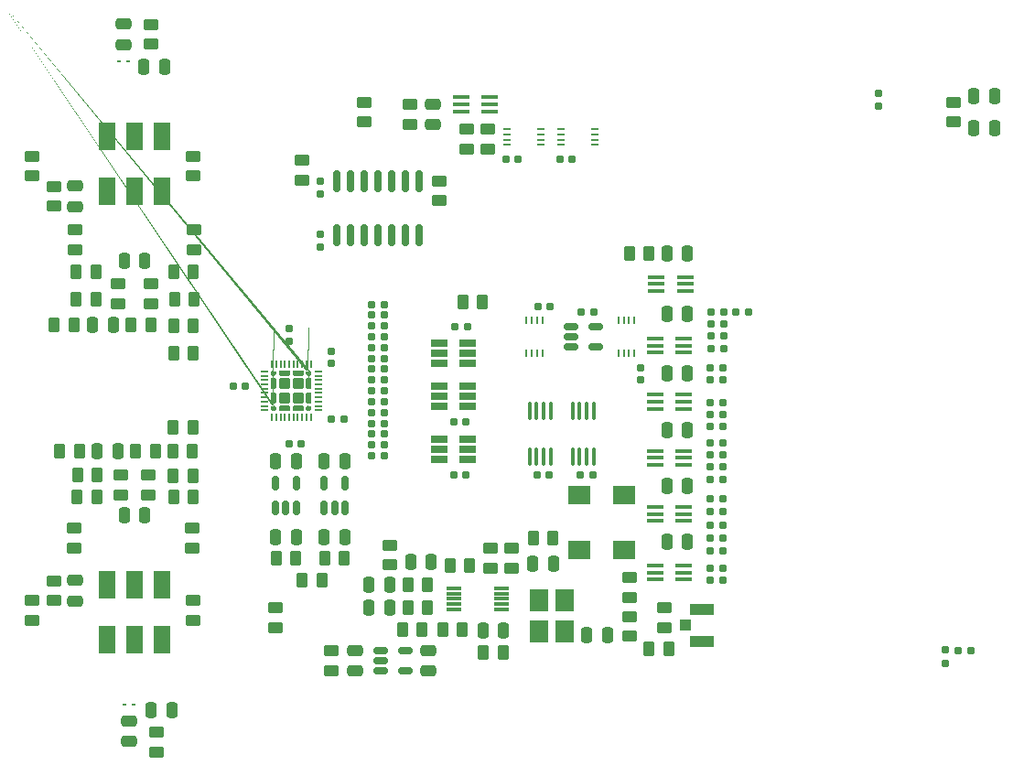
<source format=gtp>
G04 #@! TF.GenerationSoftware,KiCad,Pcbnew,6.0.6-3a73a75311~116~ubuntu20.04.1*
G04 #@! TF.CreationDate,2022-07-28T18:37:22+02:00*
G04 #@! TF.ProjectId,H7DDCADC,48374444-4341-4444-932e-6b696361645f,initial*
G04 #@! TF.SameCoordinates,Original*
G04 #@! TF.FileFunction,Paste,Top*
G04 #@! TF.FilePolarity,Positive*
%FSLAX46Y46*%
G04 Gerber Fmt 4.6, Leading zero omitted, Abs format (unit mm)*
G04 Created by KiCad (PCBNEW 6.0.6-3a73a75311~116~ubuntu20.04.1) date 2022-07-28 18:37:22*
%MOMM*%
%LPD*%
G01*
G04 APERTURE LIST*
G04 Aperture macros list*
%AMRoundRect*
0 Rectangle with rounded corners*
0 $1 Rounding radius*
0 $2 $3 $4 $5 $6 $7 $8 $9 X,Y pos of 4 corners*
0 Add a 4 corners polygon primitive as box body*
4,1,4,$2,$3,$4,$5,$6,$7,$8,$9,$2,$3,0*
0 Add four circle primitives for the rounded corners*
1,1,$1+$1,$2,$3*
1,1,$1+$1,$4,$5*
1,1,$1+$1,$6,$7*
1,1,$1+$1,$8,$9*
0 Add four rect primitives between the rounded corners*
20,1,$1+$1,$2,$3,$4,$5,0*
20,1,$1+$1,$4,$5,$6,$7,0*
20,1,$1+$1,$6,$7,$8,$9,0*
20,1,$1+$1,$8,$9,$2,$3,0*%
%AMFreePoly0*
4,1,16,-0.114183,0.524047,0.172036,0.524047,0.221415,0.503594,0.241868,0.454215,0.241868,-0.454215,0.221415,-0.503594,0.172036,-0.524047,-0.114185,-0.524048,-0.163565,-0.503592,-0.221415,-0.445743,-0.241868,-0.396364,-0.241868,0.396364,-0.221415,0.445743,-0.163564,0.503594,-0.114185,0.524048,-0.114183,0.524047,-0.114183,0.524047,$1*%
%AMFreePoly1*
4,1,15,0.163564,0.503594,0.221415,0.445742,0.241868,0.396362,0.241869,-0.396364,0.221413,-0.445744,0.163564,-0.503594,0.114185,-0.524047,-0.172036,-0.524047,-0.221415,-0.503594,-0.241868,-0.454215,-0.241868,0.454215,-0.221415,0.503594,-0.172036,0.524047,0.114185,0.524047,0.163564,0.503594,0.163564,0.503594,$1*%
%AMFreePoly2*
4,1,51,0.157533,0.237016,0.164685,0.232398,0.173112,0.231176,0.192112,0.214689,0.213244,0.201044,0.216768,0.193294,0.223199,0.187713,0.230281,0.163574,0.240692,0.140675,0.239470,0.132249,0.241867,0.124079,0.241867,-0.124079,0.237016,-0.157533,0.232398,-0.164685,0.231176,-0.173112,0.214689,-0.192112,0.201044,-0.213244,0.193294,-0.216768,0.187713,-0.223199,0.163574,-0.230281,
0.140675,-0.240692,0.132249,-0.239470,0.124079,-0.241867,-0.124079,-0.241867,-0.157533,-0.237016,-0.164685,-0.232398,-0.173112,-0.231176,-0.192112,-0.214689,-0.213244,-0.201044,-0.216768,-0.193294,-0.223199,-0.187713,-0.230281,-0.163574,-0.240692,-0.140675,-0.239470,-0.132249,-0.241867,-0.124079,-0.241867,0.026500,-0.238856,0.047262,-0.239163,0.051592,-0.237891,0.053920,-0.237016,0.059954,
-0.221280,0.084326,-0.207368,0.109789,-0.109788,0.207368,-0.092981,0.219918,-0.090134,0.223199,-0.087587,0.223946,-0.082703,0.227593,-0.054341,0.233699,-0.026500,0.241867,0.124079,0.241867,0.157533,0.237016,0.157533,0.237016,$1*%
%AMFreePoly3*
4,1,16,-0.396362,0.241868,0.396364,0.241868,0.445743,0.221415,0.503594,0.163563,0.524047,0.114183,0.524047,-0.172036,0.503594,-0.221415,0.454215,-0.241868,-0.454215,-0.241868,-0.503594,-0.221415,-0.524047,-0.172036,-0.524047,0.114185,-0.503594,0.163564,-0.445743,0.221415,-0.396364,0.241869,-0.396362,0.241868,-0.396362,0.241868,$1*%
%AMFreePoly4*
4,1,15,0.503594,0.221415,0.524047,0.172036,0.524048,-0.114185,0.503592,-0.163565,0.445743,-0.221415,0.396364,-0.241868,-0.396364,-0.241869,-0.445744,-0.221413,-0.503594,-0.163564,-0.524047,-0.114185,-0.524047,0.172036,-0.503594,0.221415,-0.454215,0.241868,0.454215,0.241868,0.503594,0.221415,0.503594,0.221415,$1*%
%AMFreePoly5*
4,1,51,0.157533,0.237016,0.164685,0.232398,0.173112,0.231176,0.192112,0.214689,0.213244,0.201044,0.216768,0.193294,0.223199,0.187713,0.230281,0.163574,0.240692,0.140675,0.239470,0.132249,0.241867,0.124079,0.241867,-0.026500,0.238857,-0.047257,0.239164,-0.051592,0.237891,-0.053923,0.237016,-0.059954,0.221280,-0.084324,0.207368,-0.109788,0.109789,-0.207368,0.092980,-0.219919,
0.090134,-0.223199,0.087587,-0.223946,0.082703,-0.227593,0.054341,-0.233699,0.026500,-0.241867,-0.124079,-0.241867,-0.157533,-0.237016,-0.164685,-0.232398,-0.173112,-0.231176,-0.192112,-0.214689,-0.213244,-0.201044,-0.216768,-0.193294,-0.223199,-0.187713,-0.230281,-0.163574,-0.240692,-0.140675,-0.239470,-0.132249,-0.241867,-0.124079,-0.241867,0.124079,-0.237016,0.157533,-0.232398,0.164685,
-0.231176,0.173112,-0.214689,0.192112,-0.201044,0.213244,-0.193294,0.216768,-0.187713,0.223199,-0.163574,0.230281,-0.140675,0.240692,-0.132249,0.239470,-0.124079,0.241867,0.124079,0.241867,0.157533,0.237016,0.157533,0.237016,$1*%
%AMFreePoly6*
4,1,51,0.157533,0.237016,0.164685,0.232398,0.173112,0.231176,0.192112,0.214689,0.213244,0.201044,0.216768,0.193294,0.223199,0.187713,0.230281,0.163574,0.240692,0.140675,0.239470,0.132249,0.241867,0.124079,0.241867,-0.124079,0.237016,-0.157533,0.232398,-0.164685,0.231176,-0.173112,0.214689,-0.192112,0.201044,-0.213244,0.193294,-0.216768,0.187713,-0.223199,0.163574,-0.230281,
0.140675,-0.240692,0.132249,-0.239470,0.124079,-0.241867,-0.026500,-0.241867,-0.047257,-0.238857,-0.051592,-0.239164,-0.053923,-0.237891,-0.059954,-0.237016,-0.084324,-0.221280,-0.109788,-0.207368,-0.207368,-0.109789,-0.219919,-0.092980,-0.223199,-0.090134,-0.223946,-0.087587,-0.227593,-0.082703,-0.233699,-0.054341,-0.241867,-0.026500,-0.241867,0.124079,-0.237016,0.157533,-0.232398,0.164685,
-0.231176,0.173112,-0.214689,0.192112,-0.201044,0.213244,-0.193294,0.216768,-0.187713,0.223199,-0.163574,0.230281,-0.140675,0.240692,-0.132249,0.239470,-0.124079,0.241867,0.124079,0.241867,0.157533,0.237016,0.157533,0.237016,$1*%
%AMFreePoly7*
4,1,51,0.047262,0.238856,0.051592,0.239163,0.053920,0.237891,0.059954,0.237016,0.084326,0.221280,0.109789,0.207368,0.207368,0.109788,0.219918,0.092981,0.223199,0.090134,0.223946,0.087587,0.227593,0.082703,0.233699,0.054341,0.241867,0.026500,0.241867,-0.124079,0.237016,-0.157533,0.232398,-0.164685,0.231176,-0.173112,0.214689,-0.192112,0.201044,-0.213244,0.193294,-0.216768,
0.187713,-0.223199,0.163574,-0.230281,0.140675,-0.240692,0.132249,-0.239470,0.124079,-0.241867,-0.124079,-0.241867,-0.157533,-0.237016,-0.164685,-0.232398,-0.173112,-0.231176,-0.192112,-0.214689,-0.213244,-0.201044,-0.216768,-0.193294,-0.223199,-0.187713,-0.230281,-0.163574,-0.240692,-0.140675,-0.239470,-0.132249,-0.241867,-0.124079,-0.241867,0.124079,-0.237016,0.157533,-0.232398,0.164685,
-0.231176,0.173112,-0.214689,0.192112,-0.201044,0.213244,-0.193294,0.216768,-0.187713,0.223199,-0.163574,0.230281,-0.140675,0.240692,-0.132249,0.239470,-0.124079,0.241867,0.026500,0.241867,0.047262,0.238856,0.047262,0.238856,$1*%
G04 Aperture macros list end*
%ADD10RoundRect,0.155000X-0.155000X0.212500X-0.155000X-0.212500X0.155000X-0.212500X0.155000X0.212500X0*%
%ADD11RoundRect,0.155000X0.212500X0.155000X-0.212500X0.155000X-0.212500X-0.155000X0.212500X-0.155000X0*%
%ADD12RoundRect,0.160000X-0.197500X-0.160000X0.197500X-0.160000X0.197500X0.160000X-0.197500X0.160000X0*%
%ADD13RoundRect,0.250000X-0.250000X-0.475000X0.250000X-0.475000X0.250000X0.475000X-0.250000X0.475000X0*%
%ADD14RoundRect,0.250000X0.250000X0.475000X-0.250000X0.475000X-0.250000X-0.475000X0.250000X-0.475000X0*%
%ADD15RoundRect,0.160000X-0.160000X0.197500X-0.160000X-0.197500X0.160000X-0.197500X0.160000X0.197500X0*%
%ADD16RoundRect,0.250000X-0.450000X0.262500X-0.450000X-0.262500X0.450000X-0.262500X0.450000X0.262500X0*%
%ADD17R,0.250000X0.750000*%
%ADD18RoundRect,0.100000X-0.100000X0.712500X-0.100000X-0.712500X0.100000X-0.712500X0.100000X0.712500X0*%
%ADD19R,1.500000X0.400000*%
%ADD20RoundRect,0.160000X0.197500X0.160000X-0.197500X0.160000X-0.197500X-0.160000X0.197500X-0.160000X0*%
%ADD21RoundRect,0.250000X0.450000X-0.262500X0.450000X0.262500X-0.450000X0.262500X-0.450000X-0.262500X0*%
%ADD22RoundRect,0.250000X0.262500X0.450000X-0.262500X0.450000X-0.262500X-0.450000X0.262500X-0.450000X0*%
%ADD23RoundRect,0.250000X-0.262500X-0.450000X0.262500X-0.450000X0.262500X0.450000X-0.262500X0.450000X0*%
%ADD24RoundRect,0.250000X-0.475000X0.250000X-0.475000X-0.250000X0.475000X-0.250000X0.475000X0.250000X0*%
%ADD25FreePoly0,0.000000*%
%ADD26FreePoly1,0.000000*%
%ADD27RoundRect,0.250000X-0.274047X-0.274047X0.274047X-0.274047X0.274047X0.274047X-0.274047X0.274047X0*%
%ADD28FreePoly2,0.000000*%
%ADD29FreePoly3,0.000000*%
%ADD30FreePoly4,0.000000*%
%ADD31FreePoly5,0.000000*%
%ADD32FreePoly6,0.000000*%
%ADD33FreePoly7,0.000000*%
%ADD34RoundRect,0.050000X-0.325000X-0.050000X0.325000X-0.050000X0.325000X0.050000X-0.325000X0.050000X0*%
%ADD35RoundRect,0.050000X-0.050000X-0.325000X0.050000X-0.325000X0.050000X0.325000X-0.050000X0.325000X0*%
%ADD36RoundRect,0.250000X0.475000X-0.250000X0.475000X0.250000X-0.475000X0.250000X-0.475000X-0.250000X0*%
%ADD37RoundRect,0.155000X-0.212500X-0.155000X0.212500X-0.155000X0.212500X0.155000X-0.212500X0.155000X0*%
%ADD38R,0.750000X0.250000*%
%ADD39RoundRect,0.150000X0.150000X-0.825000X0.150000X0.825000X-0.150000X0.825000X-0.150000X-0.825000X0*%
%ADD40R,2.000000X1.800000*%
%ADD41R,1.650000X2.540000*%
%ADD42RoundRect,0.150000X0.150000X-0.512500X0.150000X0.512500X-0.150000X0.512500X-0.150000X-0.512500X0*%
%ADD43R,0.360000X0.250000*%
%ADD44RoundRect,0.160000X0.160000X-0.197500X0.160000X0.197500X-0.160000X0.197500X-0.160000X-0.197500X0*%
%ADD45R,1.400000X0.300000*%
%ADD46R,1.050000X1.000000*%
%ADD47R,2.200000X1.050000*%
%ADD48RoundRect,0.155000X0.155000X-0.212500X0.155000X0.212500X-0.155000X0.212500X-0.155000X-0.212500X0*%
%ADD49R,1.800000X2.100000*%
%ADD50R,1.560000X0.650000*%
%ADD51RoundRect,0.150000X-0.512500X-0.150000X0.512500X-0.150000X0.512500X0.150000X-0.512500X0.150000X0*%
G04 APERTURE END LIST*
D10*
X144800000Y-87832500D03*
X144800000Y-88967500D03*
D11*
X140467500Y-82700000D03*
X139332500Y-82700000D03*
D12*
X151202500Y-94800000D03*
X152397500Y-94800000D03*
D13*
X147250000Y-93600000D03*
X149150000Y-93600000D03*
X99550000Y-119500000D03*
X101450000Y-119500000D03*
D14*
X125450000Y-105800000D03*
X123550000Y-105800000D03*
D15*
X173000000Y-113990000D03*
X173000000Y-115185000D03*
D11*
X136367500Y-97800000D03*
X135232500Y-97800000D03*
D12*
X151302500Y-86100000D03*
X152497500Y-86100000D03*
D16*
X132900000Y-104587500D03*
X132900000Y-106412500D03*
D17*
X144250000Y-83450000D03*
X143750000Y-83450000D03*
X143250000Y-83450000D03*
X142750000Y-83450000D03*
X142750000Y-86550000D03*
X143250000Y-86550000D03*
X143750000Y-86550000D03*
X144250000Y-86550000D03*
D12*
X119902500Y-89000000D03*
X121097500Y-89000000D03*
D16*
X128700000Y-65787500D03*
X128700000Y-67612500D03*
D18*
X136475000Y-91887500D03*
X135825000Y-91887500D03*
X135175000Y-91887500D03*
X134525000Y-91887500D03*
X134525000Y-96112500D03*
X135175000Y-96112500D03*
X135825000Y-96112500D03*
X136475000Y-96112500D03*
D13*
X97050000Y-78000000D03*
X98950000Y-78000000D03*
D19*
X146170000Y-106150000D03*
X146170000Y-106800000D03*
X146170000Y-107450000D03*
X148830000Y-107450000D03*
X148830000Y-106800000D03*
X148830000Y-106150000D03*
D11*
X140367500Y-97800000D03*
X139232500Y-97800000D03*
D13*
X147250000Y-88400000D03*
X149150000Y-88400000D03*
D20*
X121097500Y-88000000D03*
X119902500Y-88000000D03*
D21*
X90500000Y-109412500D03*
X90500000Y-107587500D03*
D19*
X130870000Y-64150000D03*
X130870000Y-63500000D03*
X130870000Y-62850000D03*
X128210000Y-62850000D03*
X128210000Y-63500000D03*
X128210000Y-64150000D03*
D21*
X88500000Y-70112500D03*
X88500000Y-68287500D03*
D16*
X96500000Y-80087500D03*
X96500000Y-81912500D03*
D22*
X103500000Y-81500000D03*
X101675000Y-81500000D03*
D23*
X122787500Y-112100000D03*
X124612500Y-112100000D03*
D14*
X141750000Y-112600000D03*
X139850000Y-112600000D03*
D13*
X111050000Y-96500000D03*
X112950000Y-96500000D03*
D22*
X94412500Y-79000000D03*
X92587500Y-79000000D03*
D13*
X175650000Y-65710000D03*
X177550000Y-65710000D03*
D24*
X118387500Y-114000000D03*
X118387500Y-115900000D03*
D12*
X151202500Y-91100000D03*
X152397500Y-91100000D03*
X151202500Y-87900000D03*
X152397500Y-87900000D03*
D16*
X147000000Y-110087500D03*
X147000000Y-111912500D03*
D20*
X121097500Y-87000000D03*
X119902500Y-87000000D03*
X121097500Y-90000000D03*
X119902500Y-90000000D03*
D22*
X99912500Y-95587500D03*
X98087500Y-95587500D03*
D11*
X108267500Y-89600000D03*
X107132500Y-89600000D03*
D13*
X147250000Y-82900000D03*
X149150000Y-82900000D03*
D12*
X119902500Y-86000000D03*
X121097500Y-86000000D03*
D21*
X99300000Y-99612500D03*
X99300000Y-97787500D03*
D24*
X125600000Y-63450000D03*
X125600000Y-65350000D03*
D13*
X98850000Y-60000000D03*
X100750000Y-60000000D03*
D21*
X126200000Y-72412500D03*
X126200000Y-70587500D03*
D12*
X151202500Y-89000000D03*
X152397500Y-89000000D03*
X119902500Y-96000000D03*
X121097500Y-96000000D03*
D23*
X92712500Y-97775000D03*
X94537500Y-97775000D03*
X113500000Y-107500000D03*
X115325000Y-107500000D03*
D25*
X114100000Y-89350000D03*
D26*
X110900000Y-89350000D03*
X110900000Y-90650000D03*
D27*
X111850000Y-89350000D03*
X113150000Y-90650000D03*
D28*
X114100000Y-91600000D03*
D29*
X111850000Y-91600000D03*
D30*
X111850000Y-88400000D03*
D27*
X111850000Y-90650000D03*
D31*
X110900000Y-88400000D03*
D30*
X113150000Y-88400000D03*
D32*
X114100000Y-88400000D03*
D33*
X110900000Y-91600000D03*
D29*
X113150000Y-91600000D03*
D25*
X114100000Y-90650000D03*
D27*
X113150000Y-89350000D03*
D34*
X110025000Y-88200000D03*
X110025000Y-88600000D03*
X110025000Y-89000000D03*
X110025000Y-89400000D03*
X110025000Y-89800000D03*
X110025000Y-90200000D03*
X110025000Y-90600000D03*
X110025000Y-91000000D03*
X110025000Y-91400000D03*
X110025000Y-91800000D03*
D35*
X110700000Y-92475000D03*
X111100000Y-92475000D03*
X111500000Y-92475000D03*
X111900000Y-92475000D03*
X112300000Y-92475000D03*
X112700000Y-92475000D03*
X113100000Y-92475000D03*
X113500000Y-92475000D03*
X113900000Y-92475000D03*
X114300000Y-92475000D03*
D34*
X114975000Y-91800000D03*
X114975000Y-91400000D03*
X114975000Y-91000000D03*
X114975000Y-90600000D03*
X114975000Y-90200000D03*
X114975000Y-89800000D03*
X114975000Y-89400000D03*
X114975000Y-89000000D03*
X114975000Y-88600000D03*
X114975000Y-88200000D03*
D35*
X114300000Y-87525000D03*
X113900000Y-87525000D03*
X113500000Y-87525000D03*
X113100000Y-87525000D03*
X112700000Y-87525000D03*
X112300000Y-87525000D03*
X111900000Y-87525000D03*
X111500000Y-87525000D03*
X111100000Y-87525000D03*
X110700000Y-87525000D03*
D12*
X151202500Y-95900000D03*
X152397500Y-95900000D03*
D22*
X99500000Y-83912500D03*
X97675000Y-83912500D03*
D36*
X97500000Y-122450000D03*
X97500000Y-120550000D03*
D12*
X119902500Y-83000000D03*
X121097500Y-83000000D03*
X151302500Y-84900000D03*
X152497500Y-84900000D03*
D22*
X125087500Y-110050000D03*
X123262500Y-110050000D03*
D23*
X101587500Y-86500000D03*
X103412500Y-86500000D03*
D37*
X127632500Y-84100000D03*
X128767500Y-84100000D03*
D38*
X135550000Y-67250000D03*
X135550000Y-66750000D03*
X135550000Y-66250000D03*
X135550000Y-65750000D03*
X132450000Y-65750000D03*
X132450000Y-66250000D03*
X132450000Y-66750000D03*
X132450000Y-67250000D03*
D39*
X116690000Y-75575000D03*
X117960000Y-75575000D03*
X119230000Y-75575000D03*
X120500000Y-75575000D03*
X121770000Y-75575000D03*
X123040000Y-75575000D03*
X124310000Y-75575000D03*
X124310000Y-70625000D03*
X123040000Y-70625000D03*
X121770000Y-70625000D03*
X120500000Y-70625000D03*
X119230000Y-70625000D03*
X117960000Y-70625000D03*
X116690000Y-70625000D03*
D22*
X125087500Y-107950000D03*
X123262500Y-107950000D03*
D13*
X147250000Y-77300000D03*
X149150000Y-77300000D03*
D40*
X139100000Y-99660000D03*
X139100000Y-104740000D03*
X143300000Y-104740000D03*
X143300000Y-99660000D03*
D37*
X116232500Y-92600000D03*
X117367500Y-92600000D03*
D16*
X123500000Y-63487500D03*
X123500000Y-65312500D03*
D12*
X151202500Y-102400000D03*
X152397500Y-102400000D03*
D22*
X147400000Y-113900000D03*
X145575000Y-113900000D03*
D12*
X119902500Y-85000000D03*
X121097500Y-85000000D03*
D16*
X99500000Y-80087500D03*
X99500000Y-81912500D03*
X103400000Y-109387500D03*
X103400000Y-111212500D03*
D41*
X100540000Y-66460000D03*
X98000000Y-66460000D03*
X95460000Y-66460000D03*
X95460000Y-71540000D03*
X98000000Y-71540000D03*
X100540000Y-71540000D03*
D42*
X115550000Y-100837500D03*
X116500000Y-100837500D03*
X117450000Y-100837500D03*
X117450000Y-98562500D03*
X115550000Y-98562500D03*
D16*
X90500000Y-71087500D03*
X90500000Y-72912500D03*
D37*
X112300000Y-94900000D03*
X113435000Y-94900000D03*
D43*
X97080000Y-119000000D03*
X97920000Y-119000000D03*
D16*
X111000000Y-110087500D03*
X111000000Y-111912500D03*
X121600000Y-104287500D03*
X121600000Y-106112500D03*
D41*
X95460000Y-113000000D03*
X98000000Y-113000000D03*
X100540000Y-113000000D03*
X100540000Y-107920000D03*
X98000000Y-107920000D03*
X95460000Y-107920000D03*
D14*
X98950000Y-101500000D03*
X97050000Y-101500000D03*
D23*
X92587500Y-81500000D03*
X94412500Y-81500000D03*
D19*
X146170000Y-95550000D03*
X146170000Y-96200000D03*
X146170000Y-96850000D03*
X148830000Y-96850000D03*
X148830000Y-96200000D03*
X148830000Y-95550000D03*
D21*
X103400000Y-70112500D03*
X103400000Y-68287500D03*
D16*
X99500000Y-56087500D03*
X99500000Y-57912500D03*
D19*
X146170000Y-85150000D03*
X146170000Y-85800000D03*
X146170000Y-86450000D03*
X148830000Y-86450000D03*
X148830000Y-85800000D03*
X148830000Y-85150000D03*
D44*
X166800000Y-63697500D03*
X166800000Y-62502500D03*
D22*
X136712500Y-103600000D03*
X134887500Y-103600000D03*
D16*
X143800000Y-110887500D03*
X143800000Y-112712500D03*
D19*
X146170000Y-100750000D03*
X146170000Y-101400000D03*
X146170000Y-102050000D03*
X148830000Y-102050000D03*
X148830000Y-101400000D03*
X148830000Y-100750000D03*
D13*
X111050000Y-103500000D03*
X112950000Y-103500000D03*
D23*
X101587500Y-79000000D03*
X103412500Y-79000000D03*
D45*
X131950000Y-110250000D03*
X131950000Y-109750000D03*
X131950000Y-109250000D03*
X131950000Y-108750000D03*
X131950000Y-108250000D03*
X127550000Y-108250000D03*
X127550000Y-108750000D03*
X127550000Y-109250000D03*
X127550000Y-109750000D03*
X127550000Y-110250000D03*
D37*
X137365000Y-68600000D03*
X138500000Y-68600000D03*
D16*
X92500000Y-75087500D03*
X92500000Y-76912500D03*
D23*
X115587500Y-105500000D03*
X117412500Y-105500000D03*
D46*
X148950000Y-111700000D03*
D47*
X150475000Y-110225000D03*
X150475000Y-113175000D03*
D12*
X151202500Y-93300000D03*
X152397500Y-93300000D03*
D22*
X129012500Y-106200000D03*
X127187500Y-106200000D03*
D37*
X127532500Y-92900000D03*
X128667500Y-92900000D03*
D10*
X115200000Y-70632500D03*
X115200000Y-71767500D03*
D22*
X103387500Y-97825000D03*
X101562500Y-97825000D03*
D23*
X101537500Y-95600000D03*
X103362500Y-95600000D03*
D12*
X174202500Y-114000000D03*
X175397500Y-114000000D03*
D22*
X145612500Y-77300000D03*
X143787500Y-77300000D03*
D21*
X100000000Y-123412500D03*
X100000000Y-121587500D03*
D12*
X119902500Y-84000000D03*
X121097500Y-84000000D03*
D24*
X97000000Y-56050000D03*
X97000000Y-57950000D03*
D22*
X130200000Y-81800000D03*
X128375000Y-81800000D03*
D16*
X116187500Y-114037500D03*
X116187500Y-115862500D03*
D24*
X125187500Y-114000000D03*
X125187500Y-115900000D03*
D21*
X96700000Y-99612500D03*
X96700000Y-97787500D03*
D14*
X96450000Y-95575000D03*
X94550000Y-95575000D03*
D36*
X92500000Y-109450000D03*
X92500000Y-107550000D03*
D17*
X134250000Y-86550000D03*
X134750000Y-86550000D03*
X135250000Y-86550000D03*
X135750000Y-86550000D03*
X135750000Y-83450000D03*
X135250000Y-83450000D03*
X134750000Y-83450000D03*
X134250000Y-83450000D03*
D37*
X132332500Y-68600000D03*
X133467500Y-68600000D03*
D16*
X130900000Y-104587500D03*
X130900000Y-106412500D03*
D18*
X140475000Y-91887500D03*
X139825000Y-91887500D03*
X139175000Y-91887500D03*
X138525000Y-91887500D03*
X138525000Y-96112500D03*
X139175000Y-96112500D03*
X139825000Y-96112500D03*
X140475000Y-96112500D03*
D14*
X132150000Y-112200000D03*
X130250000Y-112200000D03*
D13*
X115550000Y-96500000D03*
X117450000Y-96500000D03*
D22*
X92387500Y-83925000D03*
X90562500Y-83925000D03*
D16*
X130700000Y-65787500D03*
X130700000Y-67612500D03*
D12*
X119902500Y-82000000D03*
X121097500Y-82000000D03*
X151202500Y-104800000D03*
X152397500Y-104800000D03*
D48*
X112300000Y-85387500D03*
X112300000Y-84252500D03*
D49*
X135450000Y-109350000D03*
X135450000Y-112250000D03*
X137750000Y-112250000D03*
X137750000Y-109350000D03*
D14*
X96000000Y-83912500D03*
X94100000Y-83912500D03*
D16*
X143800000Y-107287500D03*
X143800000Y-109112500D03*
D12*
X151202500Y-92200000D03*
X152397500Y-92200000D03*
X151202500Y-107500000D03*
X152397500Y-107500000D03*
D23*
X111087500Y-105500000D03*
X112912500Y-105500000D03*
D12*
X151202500Y-103600000D03*
X152397500Y-103600000D03*
D23*
X130287500Y-114200000D03*
X132112500Y-114200000D03*
D21*
X119200000Y-65112500D03*
X119200000Y-63287500D03*
D12*
X151202500Y-101200000D03*
X152397500Y-101200000D03*
D43*
X96580000Y-59500000D03*
X97420000Y-59500000D03*
D50*
X126150000Y-89550000D03*
X126150000Y-90500000D03*
X126150000Y-91450000D03*
X128850000Y-91450000D03*
X128850000Y-90500000D03*
X128850000Y-89550000D03*
D12*
X151202500Y-100000000D03*
X152397500Y-100000000D03*
D38*
X140550000Y-67250000D03*
X140550000Y-66750000D03*
X140550000Y-66250000D03*
X140550000Y-65750000D03*
X137450000Y-65750000D03*
X137450000Y-66250000D03*
X137450000Y-66750000D03*
X137450000Y-67250000D03*
D13*
X134850000Y-106000000D03*
X136750000Y-106000000D03*
D22*
X94512500Y-99775000D03*
X92687500Y-99775000D03*
D12*
X119902500Y-95000000D03*
X121097500Y-95000000D03*
D23*
X101587500Y-99825000D03*
X103412500Y-99825000D03*
D50*
X126150000Y-94450000D03*
X126150000Y-95400000D03*
X126150000Y-96350000D03*
X128850000Y-96350000D03*
X128850000Y-95400000D03*
X128850000Y-94450000D03*
D10*
X115200000Y-75532500D03*
X115200000Y-76667500D03*
D16*
X103500000Y-75087500D03*
X103500000Y-76912500D03*
D50*
X126150000Y-85550000D03*
X126150000Y-86500000D03*
X126150000Y-87450000D03*
X128850000Y-87450000D03*
X128850000Y-86500000D03*
X128850000Y-85550000D03*
D13*
X175650000Y-62700000D03*
X177550000Y-62700000D03*
D22*
X92912500Y-95575000D03*
X91087500Y-95575000D03*
D19*
X146270000Y-79450000D03*
X146270000Y-80100000D03*
X146270000Y-80750000D03*
X148930000Y-80750000D03*
X148930000Y-80100000D03*
X148930000Y-79450000D03*
D12*
X119902500Y-91000000D03*
X121097500Y-91000000D03*
D22*
X128312500Y-112100000D03*
X126487500Y-112100000D03*
D14*
X121575000Y-107975000D03*
X119675000Y-107975000D03*
D37*
X127532500Y-97800000D03*
X128667500Y-97800000D03*
D48*
X116200000Y-87467500D03*
X116200000Y-86332500D03*
D12*
X119902500Y-92000000D03*
X121097500Y-92000000D03*
D21*
X113500000Y-70512500D03*
X113500000Y-68687500D03*
D23*
X101587500Y-84000000D03*
X103412500Y-84000000D03*
D14*
X121575000Y-110075000D03*
X119675000Y-110075000D03*
D12*
X151202500Y-106400000D03*
X152397500Y-106400000D03*
D21*
X103300000Y-104512500D03*
X103300000Y-102687500D03*
D16*
X173800000Y-63287500D03*
X173800000Y-65112500D03*
D13*
X147250000Y-98800000D03*
X149150000Y-98800000D03*
D19*
X146170000Y-90350000D03*
X146170000Y-91000000D03*
X146170000Y-91650000D03*
X148830000Y-91650000D03*
X148830000Y-91000000D03*
X148830000Y-90350000D03*
D12*
X151302500Y-82700000D03*
X152497500Y-82700000D03*
D16*
X88500000Y-109387500D03*
X88500000Y-111212500D03*
D12*
X151302500Y-83800000D03*
X152497500Y-83800000D03*
D21*
X92400000Y-104512500D03*
X92400000Y-102687500D03*
D51*
X138362500Y-84050000D03*
X138362500Y-85000000D03*
X138362500Y-85950000D03*
X140637500Y-85950000D03*
X140637500Y-84050000D03*
D13*
X147250000Y-104000000D03*
X149150000Y-104000000D03*
D12*
X119902500Y-94000000D03*
X121097500Y-94000000D03*
X151202500Y-97000000D03*
X152397500Y-97000000D03*
D51*
X120750000Y-114000000D03*
X120750000Y-114950000D03*
X120750000Y-115900000D03*
X123025000Y-115900000D03*
X123025000Y-114000000D03*
D12*
X119902500Y-93000000D03*
X121097500Y-93000000D03*
D13*
X115550000Y-103500000D03*
X117450000Y-103500000D03*
D12*
X151202500Y-98200000D03*
X152397500Y-98200000D03*
D37*
X135300000Y-82200000D03*
X136435000Y-82200000D03*
D23*
X101562500Y-93375000D03*
X103387500Y-93375000D03*
D42*
X111050000Y-100837500D03*
X112000000Y-100837500D03*
X112950000Y-100837500D03*
X112950000Y-98562500D03*
X111050000Y-98562500D03*
D20*
X154797500Y-82700000D03*
X153602500Y-82700000D03*
D24*
X92500000Y-71050000D03*
X92500000Y-72950000D03*
M02*

</source>
